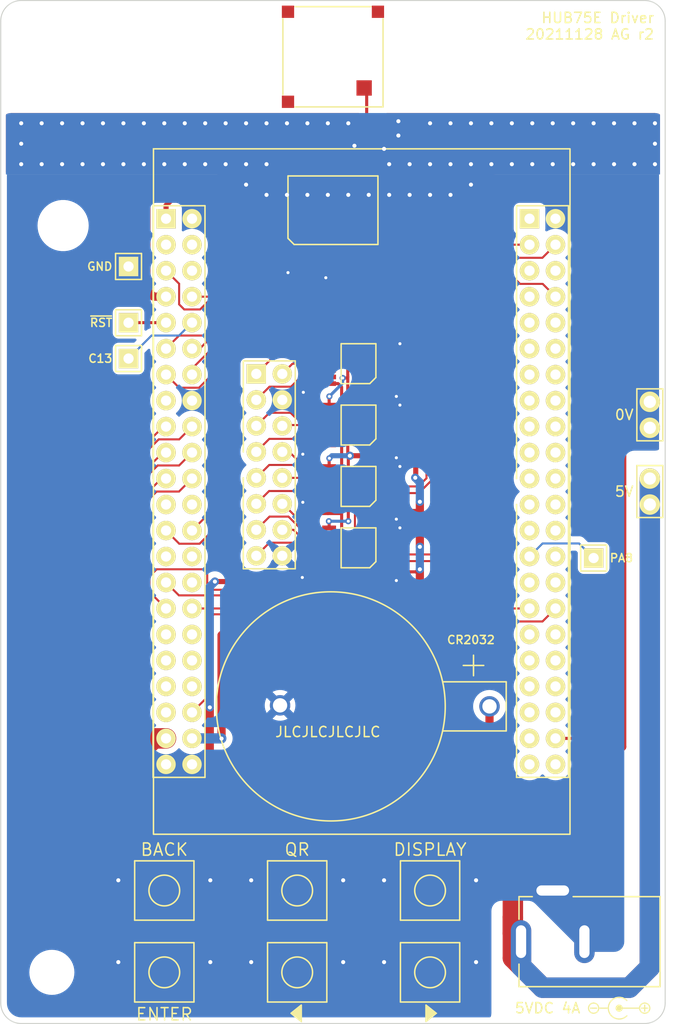
<source format=kicad_pcb>
(kicad_pcb (version 20221018) (generator pcbnew)
  (layers (0 "F.Cu" signal) (31 "B.Cu" signal) (34 "B.Paste" user) (35 "F.Paste" user) (36 "B.SilkS" user "B.Silkscreen") (37 "F.SilkS" user "F.Silkscreen") (38 "B.Mask" user) (39 "F.Mask" user) (44 "Edge.Cuts" user))
  (net 0 "")
  (net 1 "Net-(AE1-Pad1)")
  (net 2 "VBATT")
  (net 3 "GND")
  (net 4 "3v3")
  (net 5 "5v")
  (net 6 "Net-(C11-Pad2)")
  (net 7 "/PB15")
  (net 14 "/PC0")
  (net 15 "/PC1")
  (net 16 "/PC2")
  (net 19 "/HUB_B1")
  (net 20 "/HUB_G1")
  (net 21 "/HUB_R1")
  (net 22 "/PC3")
  (net 23 "/PC4")
  (net 24 "/PC5")
  (net 27 "/HUB_B2")
  (net 28 "/HUB_G2")
  (net 29 "/HUB_R2")
  (net 30 "/PE9")
  (net 31 "/PE5")
  (net 32 "/PE6")
  (net 33 "/PE7")
  (net 36 "/HUB_C")
  (net 37 "/HUB_B")
  (net 38 "/HUB_A")
  (net 39 "/HUB_E")
  (net 40 "/PE8")
  (net 41 "/PC6")
  (net 42 "/PC7")
  (net 45 "/HUB_OE")
  (net 46 "/HUB_LAT")
  (net 47 "/HUB_CLK")
  (net 48 "/HUB_D")
  (net 51 "/~{RST}")
  (net 52 "/PC13")
  (net 54 "/PA1")
  (net 55 "/PA0")
  (net 56 "/PA3")
  (net 57 "/PA2")
  (net 58 "/PA5")
  (net 59 "/PA4")
  (net 91 "/PA8")
  (net 108 "/3V_GPS")
  (net 109 "/PE0")
  (net 111 "/PE1")
  (net 112 "/PB7")
  (net 115 "/PB10")
  (footprint "agg:SIL-254P-02" (layer "F.Cu") (at 108.5 91 90)
    (fp_text reference "J9")
    (fp_text value "5V_OUT")
  )
  (footprint "agg:TSSOP-14" (layer "F.Cu") (at 80 90.5 180)
    (fp_text reference "IC4")
    (fp_text value "TXU0104PWR")
  )
  (footprint "agg:SW_MOM_6X6" (layer "F.Cu") (at 61 130)
    (fp_text reference "SW1")
    (fp_text value "SW_BACK")
  )
  (footprint "ael:0402" (layer "F.Cu") (at 84.6 93.3 90)
    (fp_text reference "C5")
    (fp_text value "100n")
  )
  (footprint "agg:0402" (layer "F.Cu") (at 80.8 55.5 90)
    (fp_text reference "L1")
    (fp_text value "3n3")
  )
  (footprint "agg:SW_MOM_6X6" (layer "F.Cu") (at 87 130)
    (fp_text reference "SW3")
    (fp_text value "SW_DISP")
  )
  (footprint "agg:SIL-254P-01" (layer "F.Cu") (at 57.5 69)
    (fp_text reference "J2")
    (fp_text value "GND")
  )
  (footprint "agg:DIL-254P-44" (layer "F.Cu") (at 98 91 -90)
    (fp_text reference "J4")
    (fp_text value "WEACT_H7_R")
  )
  (footprint "ael:0402" (layer "F.Cu") (at 75.4 92.9 -90)
    (fp_text reference "C9")
    (fp_text value "100n")
  )
  (footprint "agg:M3_HOLE" (layer "F.Cu") (at 51.1 65)
    (fp_text reference "X3" hide)
    (fp_text value "M3" hide)
  )
  (footprint "agg:SIL-254P-01" (layer "F.Cu") (at 57.5 78)
    (fp_text reference "J6")
    (fp_text value "PC13")
  )
  (footprint "agg:SW_MOM_6X6" (layer "F.Cu") (at 74 138)
    (fp_text reference "SW5")
    (fp_text value "SW_LEFT")
  )
  (footprint "agg:M3_HOLE" (layer "F.Cu") (at 50 138)
    (fp_text reference "X4" hide)
    (fp_text value "M3" hide)
  )
  (footprint "ael:0402" (layer "F.Cu") (at 84.6 99.3 90)
    (fp_text reference "C6")
    (fp_text value "100n")
  )
  (footprint "ael:0402" (layer "F.Cu") (at 84.6 87.3 90)
    (fp_text reference "C4")
    (fp_text value "100n")
  )
  (footprint "agg:TSSOP-14" (layer "F.Cu") (at 80 96.5 180)
    (fp_text reference "IC5")
    (fp_text value "TXU0104PWR")
  )
  (footprint "agg:0402" (layer "F.Cu") (at 82.5 54.9 180)
    (fp_text reference "C2")
    (fp_text value "1p8")
  )
  (footprint "agg:TSSOP-14" (layer "F.Cu") (at 80 84.5 180)
    (fp_text reference "IC3")
    (fp_text value "TXU0104PWR")
  )
  (footprint "agg:DIL-254P-44" (layer "F.Cu") (at 62.44 91 -90)
    (fp_text reference "J3")
    (fp_text value "WEACT_H7_L")
  )
  (footprint "agg:DIL-254P-16" (layer "F.Cu") (at 71.27 88.39 -90)
    (fp_text reference "J7")
    (fp_text value "HUB75E")
  )
  (footprint "ael:0402" (layer "F.Cu") (at 78.1 70.1)
    (fp_text reference "C1")
    (fp_text value "100n")
  )
  (footprint "agg:SW_MOM_6X6" (layer "F.Cu") (at 74 130)
    (fp_text reference "SW2")
    (fp_text value "SW_QR")
  )
  (footprint "ael:0402" (layer "F.Cu") (at 75.4 98.9 90)
    (fp_text reference "C10")
    (fp_text value "100n")
  )
  (footprint "ael:0402" (layer "F.Cu") (at 75.4 86.9 90)
    (fp_text reference "C8")
    (fp_text value "100n")
  )
  (footprint "agg:BARRELJACK" (layer "F.Cu") (at 99 135)
    (fp_text reference "J1")
    (fp_text value "5V@4A")
  )
  (footprint "agg:MAX-M8Q" (layer "F.Cu") (at 77.5 63.5 90)
    (fp_text reference "IC1")
    (fp_text value "MAX-M8Q")
  )
  (footprint "agg:NN01-103" (layer "F.Cu") (at 77.5 48.5)
    (fp_text reference "AE1")
    (fp_text value "ANT")
  )
  (footprint "ael:0402" (layer "F.Cu") (at 75.5 80.9 90)
    (fp_text reference "C7")
    (fp_text value "100n")
  )
  (footprint "agg:0402" (layer "F.Cu") (at 82.5 56.1 180)
    (fp_text reference "C11")
    (fp_text value "1p8")
  )
  (footprint "agg:SW_MOM_6X6" (layer "F.Cu") (at 61 138)
    (fp_text reference "SW4")
    (fp_text value "SW_ENTER")
  )
  (footprint "agg:M3_HOLE" (layer "F.Cu") (at 50 50)
    (fp_text reference "X2" hide)
    (fp_text value "M3" hide)
  )
  (footprint "ael:0402" (layer "F.Cu") (at 84.6 81.3 90)
    (fp_text reference "C3")
    (fp_text value "100n")
  )
  (footprint "agg:SIL-254P-02" (layer "F.Cu") (at 108.5 83.5 90)
    (fp_text reference "J10")
    (fp_text value "0V_OUT")
  )
  (footprint "agg:SIL-254P-01" (layer "F.Cu") (at 103 97.5)
    (fp_text reference "J8")
    (fp_text value "PA8")
  )
  (footprint "agg:TSSOP-14" (layer "F.Cu") (at 80 78.5 180)
    (fp_text reference "IC2")
    (fp_text value "TXU0104PWR")
  )
  (footprint "agg:KEYSTONE_103" (layer "F.Cu") (at 80.25 112)
    (fp_text reference "BT1")
    (fp_text value "CR2032")
  )
  (footprint "agg:SW_MOM_6X6" (layer "F.Cu") (at 87 138)
    (fp_text reference "SW6")
    (fp_text value "SW_RIGHT")
  )
  (footprint "agg:SIL-254P-01" (layer "F.Cu") (at 57.5 74.5)
    (fp_text reference "J5")
    (fp_text value "nRST")
  )
  (gr_circle (center 105.5 141.5) (end 105.5 141.7) (stroke (width 0.3)) (fill none) (layer "F.SilkS"))
  (gr_arc (start 106.25 142.25) (mid 104.43934 141.5) (end 106.25 140.75) (stroke (width 0.12)) (layer "F.SilkS"))
  (gr_line (start 108.3 141.5) (end 107.7 141.5) (stroke (width 0.12)) (layer "F.SilkS"))
  (gr_rect (start 59.94 57.5) (end 100.69 124.5) (stroke (width 0.15)) (fill none) (layer "F.SilkS"))
  (gr_poly (pts (xy 86.6 141.2) (xy 87.6 142) (xy 86.6 142.8)) (stroke (width 0.15)) (fill solid) (layer "F.SilkS"))
  (gr_circle (center 103 141.5) (end 103.5 141.5) (stroke (width 0.12)) (fill none) (layer "F.SilkS"))
  (gr_circle (center 108 141.5) (end 107.5 141.5) (stroke (width 0.12)) (fill none) (layer "F.SilkS"))
  (gr_line (start 103.3 141.5) (end 102.7 141.5) (stroke (width 0.12)) (layer "F.SilkS"))
  (gr_line (start 104.4 141.5) (end 103.5 141.5) (stroke (width 0.12)) (layer "F.SilkS"))
  (gr_line (start 105.4 141.5) (end 107.5 141.5) (stroke (width 0.12)) (layer "F.SilkS"))
  (gr_line (start 108 141.2) (end 108 141.8) (stroke (width 0.12)) (layer "F.SilkS"))
  (gr_poly (pts (xy 74.4 142.8) (xy 73.4 142) (xy 74.4 141.2)) (stroke (width 0.15)) (fill solid) (layer "F.SilkS"))
  (gr_arc (start 110 141) (mid 109.414214 142.414214) (end 108 143) (stroke (width 0.1)) (layer "Edge.Cuts"))
  (gr_line (start 110 141) (end 110 45) (stroke (width 0.1)) (layer "Edge.Cuts"))
  (gr_line (start 45 45) (end 45 141) (stroke (width 0.1)) (layer "Edge.Cuts"))
  (gr_arc (start 108 43) (mid 109.414214 43.585786) (end 110 45) (stroke (width 0.1)) (layer "Edge.Cuts"))
  (gr_arc (start 45 45) (mid 45.585786 43.585786) (end 47 43) (stroke (width 0.1)) (layer "Edge.Cuts"))
  (gr_line (start 47 143) (end 108 143) (stroke (width 0.1)) (layer "Edge.Cuts"))
  (gr_line (start 108 43) (end 47 43) (stroke (width 0.1)) (layer "Edge.Cuts"))
  (gr_arc (start 47 143) (mid 45.585786 142.414214) (end 45 141) (stroke (width 0.1)) (layer "Edge.Cuts"))
  (gr_text "DISPLAY" (at 87 126) (layer "F.SilkS") (effects (font (size 1.2 1.2))))
  (gr_text "GND" (at 56 69) (layer "F.SilkS") (effects (font (size 0.8 0.8)) (justify right)))
  (gr_text "0V" (at 107 83.5) (layer "F.SilkS") (effects (font (size 1 1)) (justify right)))
  (gr_text "HUB75E Driver\n20211128 AG r2" (at 109 45.5) (layer "F.SilkS") (effects (font (size 1 1)) (justify right)))
  (gr_text "CR2032" (at 91 105.5) (layer "F.SilkS") (effects (font (size 0.8 0.8))))
  (gr_text "JLCJLCJLCJLC" (at 77 114.5) (layer "F.SilkS") (effects (font (size 1 1))))
  (gr_text "5VDC 4A" (at 98.5 141.5) (layer "F.SilkS") (effects (font (size 1 1))))
  (gr_text "QR" (at 74 126) (layer "F.SilkS") (effects (font (size 1.2 1.2))))
  (gr_text "BACK" (at 61 126) (layer "F.SilkS") (effects (font (size 1.2 1.2))))
  (gr_text "5V" (at 107 91) (layer "F.SilkS") (effects (font (size 1 1)) (justify right)))
  (gr_text "~{RST}" (at 56 74.5) (layer "F.SilkS") (effects (font (size 0.8 0.8)) (justify right)))
  (gr_text "PA8" (at 104.5 97.5) (layer "F.SilkS") (effects (font (size 0.8 0.8)) (justify left)))
  (gr_text "ENTER" (at 61 142.1) (layer "F.SilkS") (effects (font (size 1.2 1.2))))
  (gr_text "C13" (at 56 78) (layer "F.SilkS") (effects (font (size 0.8 0.8)) (justify right)))
  (segment (start 80.8 51.8) (end 80.55 51.55) (width 0.5) (layer "F.Cu") (net 1))
  (segment (start 80.8 55.05) (end 81.8 55.05) (width 0.3) (layer "F.Cu") (net 1))
  (segment (start 80.8 55.05) (end 80.8 51.8) (width 0.3) (layer "F.Cu") (net 1))
  (segment (start 81.8 55.05) (end 82.05 54.8) (width 0.3) (layer "F.Cu") (net 1))
  (segment (start 94.05 61.25) (end 103.75 61.25) (width 0.8) (layer "F.Cu") (net 2))
  (segment (start 90.9 64.4) (end 94.05 61.25) (width 0.8) (layer "F.Cu") (net 2))
  (segment (start 59.25 71.25) (end 59.25 62.5) (width 0.8) (layer "F.Cu") (net 2))
  (segment (start 59.95 71.95) (end 59.25 71.25) (width 0.8) (layer "F.Cu") (net 2))
  (segment (start 59.25 62.5) (end 60.5 61.25) (width 0.8) (layer "F.Cu") (net 2))
  (segment (start 105.8 63.3) (end 105.8 115.95) (width 0.8) (layer "F.Cu") (net 2))
  (segment (start 92.815 118.565) (end 92.815 112) (width 0.8) (layer "F.Cu") (net 2))
  (segment (start 101.5 120.25) (end 94.5 120.25) (width 0.8) (layer "F.Cu") (net 2))
  (segment (start 105.8 115.95) (end 101.5 120.25) (width 0.8) (layer "F.Cu") (net 2))
  (segment (start 60.5 61.25) (end 65.35 61.25) (width 0.8) (layer "F.Cu") (net 2))
  (segment (start 94.5 120.25) (end 92.815 118.565) (width 0.8) (layer "F.Cu") (net 2))
  (segment (start 103.75 61.25) (end 105.8 63.3) (width 0.8) (layer "F.Cu") (net 2))
  (segment (start 61.17 71.95) (end 59.95 71.95) (width 0.8) (layer "F.Cu") (net 2))
  (segment (start 65.35 61.25) (end 68.5 64.4) (width 0.8) (layer "F.Cu") (net 2))
  (segment (start 68.5 64.4) (end 90.9 64.4) (width 0.8) (layer "F.Cu") (net 2))
  (segment (start 82.875 76.55) (end 84.05 76.55) (width 0.3) (layer "F.Cu") (net 3))
  (segment (start 82.45 127.75) (end 82.45 128.95) (width 0.3) (layer "F.Cu") (net 3))
  (segment (start 78.55 136.95) (end 78.5 137) (width 0.3) (layer "F.Cu") (net 3))
  (segment (start 82.45 136.95) (end 82.5 137) (width 0.3) (layer "F.Cu") (net 3))
  (segment (start 74.95 92.45) (end 74.55 92.05) (width 0.3) (layer "F.Cu") (net 3))
  (segment (start 82.95 56.2) (end 82.95 54.8) (width 0.5) (layer "F.Cu") (net 3))
  (segment (start 78.55 127.75) (end 78.55 128.95) (width 0.3) (layer "F.Cu") (net 3))
  (segment (start 75.4 99.35) (end 74.55 99.35) (width 0.3) (layer "F.Cu") (net 3))
  (segment (start 81.9 58.75) (end 81.9 58.1) (width 0.5) (layer "F.Cu") (net 3))
  (segment (start 56.45 135.75) (end 56.45 136.95) (width 0.3) (layer "F.Cu") (net 3))
  (segment (start 78.55 135.75) (end 78.55 136.95) (width 0.3) (layer "F.Cu") (net 3))
  (segment (start 82.95 57.05) (end 82.95 56.2) (width 0.5) (layer "F.Cu") (net 3))
  (segment (start 91.55 135.75) (end 91.55 136.95) (width 0.3) (layer "F.Cu") (net 3))
  (segment (start 82.45 135.75) (end 82.45 136.95) (width 0.3) (layer "F.Cu") (net 3))
  (segment (start 56.45 127.75) (end 56.45 128.95) (width 0.3) (layer "F.Cu") (net 3))
  (segment (start 84.6 87.75) (end 83.75 87.75) (width 0.3) (layer "F.Cu") (net 3))
  (segment (start 74.65 81.35) (end 74.6 81.3) (width 0.3) (layer "F.Cu") (net 3))
  (segment (start 83.75 81.75) (end 83.7 81.7) (width 0.3) (layer "F.Cu") (net 3))
  (segment (start 74.55 99.35) (end 74.5 99.4) (width 0.3) (layer "F.Cu") (net 3))
  (segment (start 82.875 88.55) (end 84.05 88.55) (width 0.3) (layer "F.Cu") (net 3))
  (segment (start 82.95 56.2) (end 83.9 56.2) (width 0.5) (layer "F.Cu") (net 3))
  (segment (start 65.55 127.75) (end 65.55 128.95) (width 0.3) (layer "F.Cu") (net 3))
  (segment (start 82.875 82.55) (end 84.05 82.55) (width 0.3) (layer "F.Cu") (net 3))
  (segment (start 69.45 135.75) (end 69.45 136.95) (width 0.3) (layer "F.Cu") (net 3))
  (segment (start 69.45 127.75) (end 69.45 128.95) (width 0.3) (layer "F.Cu") (net 3))
  (segment (start 56.45 128.95) (end 56.5 129) (width 0.3) (layer "F.Cu") (net 3))
  (segment (start 79.7 58.75) (end 79.7 57.3) (width 0.5) (layer "F.Cu") (net 3))
  (segment (start 83.75 87.75) (end 83.7 87.7) (width 0.3) (layer "F.Cu") (net 3))
  (segment (start 69.45 136.95) (end 69.5 137) (width 0.3) (layer "F.Cu") (net 3))
  (segment (start 56.45 136.95) (end 56.5 137) (width 0.3) (layer "F.Cu") (net 3))
  (segment (start 79.7 57.3) (end 79.6 57.2) (width 0.5) (layer "F.Cu") (net 3))
  (segment (start 69.45 128.95) (end 69.5 129) (width 0.3) (layer "F.Cu") (net 3))
  (segment (start 73.1 68.25) (end 73.1 69.6) (width 0.5) (layer "F.Cu") (net 3))
  (segment (start 82.95 54.8) (end 83.9 54.8) (width 0.5) (layer "F.Cu") (net 3))
  (segment (start 91.55 128.95) (end 91.5 129) (width 0.3) (layer "F.Cu") (net 3))
  (segment (start 82.875 94.55) (end 84.05 94.55) (width 0.3) (layer "F.Cu") (net 3))
  (segment (start 84.6 99.75) (end 83.75 99.75) (width 0.3) (layer "F.Cu") (net 3))
  (segment (start 65.55 136.95) (end 65.5 137) (width 0.3) (layer "F.Cu") (net 3))
  (segment (start 77.65 70.1) (end 76.8 70.1) (width 0.3) (layer "F.Cu") (net 3))
  (segment (start 81.9 58.1) (end 82.95 57.05) (width 0.5) (layer "F.Cu") (net 3))
  (segment (start 84.6 81.75) (end 83.75 81.75) (width 0.3) (layer "F.Cu") (net 3))
  (segment (start 83.75 99.75) (end 83.7 99.7) (width 0.3) (layer "F.Cu") (net 3))
  (segment (start 75.4 87.35) (end 74.55 87.35) (width 0.3) (layer "F.Cu") (net 3))
  (segment (start 84.6 93.75) (end 83.75 93.75) (width 0.3) (layer "F.Cu") (net 3))
  (segment (start 65.55 135.75) (end 65.55 136.95) (width 0.3) (layer "F.Cu") (net 3))
  (segment (start 83.75 93.75) (end 83.7 93.7) (width 0.3) (layer "F.Cu") (net 3))
  (segment (start 91.55 136.95) (end 91.5 137) (width 0.3) (layer "F.Cu") (net 3))
  (segment (start 75.5 81.35) (end 74.65 81.35) (width 0.3) (layer "F.Cu") (net 3))
  (segment (start 78.55 128.95) (end 78.5 129) (width 0.3) (layer "F.Cu") (net 3))
  (segment (start 91.55 127.75) (end 91.55 128.95) (width 0.3) (layer "F.Cu") (net 3))
  (segment (start 82.45 128.95) (end 82.5 129) (width 0.3) (layer "F.Cu") (net 3))
  (segment (start 75.4 92.45) (end 74.95 92.45) (width 0.3) (layer "F.Cu") (net 3))
  (segment (start 65.55 128.95) (end 65.5 129) (width 0.3) (layer "F.Cu") (net 3))
  (via (at 84.05 88.55) (size 0.6) (drill 0.3) (layers "F.Cu" "B.Cu") (net 3))
  (via (at 78.5 137) (size 0.8) (drill 0.4) (layers "F.Cu" "B.Cu") (net 3))
  (via (at 77 55) (size 0.8) (drill 0.4) (layers "F.Cu" "B.Cu") (net 3))
  (via (at 87 62) (size 0.8) (drill 0.4) (layers "F.Cu" "B.Cu") (net 3))
  (via (at 57 59) (size 0.8) (drill 0.4) (layers "F.Cu" "B.Cu") (net 3))
  (via (at 107 55) (size 0.8) (drill 0.4) (layers "F.Cu" "B.Cu") (net 3))
  (via (at 79 62) (size 0.8) (drill 0.4) (layers "F.Cu" "B.Cu") (net 3))
  (via (at 49 55) (size 0.8) (drill 0.4) (layers "F.Cu" "B.Cu") (net 3))
  (via (at 59 59) (size 0.8) (drill 0.4) (layers "F.Cu" "B.Cu") (net 3))
  (via (at 56.5 129) (size 0.8) (drill 0.4) (layers "F.Cu" "B.Cu") (net 3))
  (via (at 83.7 93.7) (size 0.6) (drill 0.3) (layers "F.Cu" "B.Cu") (net 3))
  (via (at 73 62) (size 0.8) (drill 0.4) (layers "F.Cu" "B.Cu") (net 3))
  (via (at 73 55) (size 0.8) (drill 0.4) (layers "F.Cu" "B.Cu") (net 3))
  (via (at 91 55) (size 0.8) (drill 0.4) (layers "F.Cu" "B.Cu") (net 3))
  (via (at 79.6 57.2) (size 0.8) (drill 0.4) (layers "F.Cu" "B.Cu") (net 3))
  (via (at 82.5 137) (size 0.8) (drill 0.4) (layers "F.Cu" "B.Cu") (net 3))
  (via (at 87 55) (size 0.8) (drill 0.4) (layers "F.Cu" "B.Cu") (net 3))
  (via (at 82.5 57.5) (size 0.8) (drill 0.4) (layers "F.Cu" "B.Cu") (net 3))
  (via (at 76.8 70.1) (size 0.6) (drill 0.3) (layers "F.Cu" "B.Cu") (net 3))
  (via (at 73.1 69.6) (size 0.6) (drill 0.3) (layers "F.Cu" "B.Cu") (net 3))
  (via (at 83.7 99.7) (size 0.6) (drill 0.3) (layers "F.Cu" "B.Cu") (net 3))
  (via (at 71 62) (size 0.8) (drill 0.4) (layers "F.Cu" "B.Cu") (net 3))
  (via (at 71 59) (size 0.8) (drill 0.4) (layers "F.Cu" "B.Cu") (net 3))
  (via (at 51 55) (size 0.8) (drill 0.4) (layers "F.Cu" "B.Cu") (net 3))
  (via (at 93 59) (size 0.8) (drill 0.4) (layers "F.Cu" "B.Cu") (net 3))
  (via (at 69 59) (size 0.8) (drill 0.4) (layers "F.Cu" "B.Cu") (net 3))
  (via (at 75 55) (size 0.8) (drill 0.4) (layers "F.Cu" "B.Cu") (net 3))
  (via (at 61 55) (size 0.8) (drill 0.4) (layers "F.Cu" "B.Cu") (net 3))
  (via (at 109 57) (size 0.8) (drill 0.4) (layers "F.Cu" "B.Cu") (net 3))
  (via (at 85 59) (size 0.8) (drill 0.4) (layers "F.Cu" "B.Cu") (net 3))
  (via (at 51 59) (size 0.8) (drill 0.4) (layers "F.Cu" "B.Cu") (net 3))
  (via (at 82.5 129) (size 0.8) (drill 0.4) (layers "F.Cu" "B.Cu") (net 3))
  (via (at 91.5 129) (size 0.8) (drill 0.4) (layers "F.Cu" "B.Cu") (net 3))
  (via (at 101 59) (size 0.8) (drill 0.4) (layers "F.Cu" "B.Cu") (net 3))
  (via (at 97 59) (size 0.8) (drill 0.4) (layers "F.Cu" "B.Cu") (net 3))
  (via (at 83.7 87.7) (size 0.6) (drill 0.3) (layers "F.Cu" "B.Cu") (net 3))
  (via (at 93 55) (size 0.8) (drill 0.4) (layers "F.Cu" "B.Cu") (net 3))
  (via (at 74.55 87.35) (size 0.6) (drill 0.3) (layers "F.Cu" "B.Cu") (net 3))
  (via (at 74.6 81.3) (size 0.6) (drill 0.3) (layers "F.Cu" "B.Cu") (net 3))
  (via (at 107 59) (size 0.8) (drill 0.4) (layers "F.Cu" "B.Cu") (net 3))
  (via (at 69.5 137) (size 0.8) (drill 0.4) (layers "F.Cu" "B.Cu") (net 3))
  (via (at 91 61) (size 0.8) (drill 0.4) (layers "F.Cu" "B.Cu") (net 3))
  (via (at 83 59) (size 0.8) (drill 0.4) (layers "F.Cu" "B.Cu") (net 3))
  (via (at 91 59) (size 0.8) (drill 0.4) (layers "F.Cu" "B.Cu") (net 3))
  (via (at 89 59) (size 0.8) (drill 0.4) (layers "F.Cu" "B.Cu") (net 3))
  (via (at 89 62) (size 0.8) (drill 0.4) (layers "F.Cu" "B.Cu") (net 3))
  (via (at 49 59) (size 0.8) (drill 0.4) (layers "F.Cu" "B.Cu") (net 3))
  (via (at 59 55) (size 0.8) (drill 0.4) (layers "F.Cu" "B.Cu") (net 3))
  (via (at 84.05 82.55) (size 0.6) (drill 0.3) (layers "F.Cu" "B.Cu") (net 3))
  (via (at 81 62) (size 0.8) (drill 0.4) (layers "F.Cu" "B.Cu") (net 3))
  (via (at 67 59) (size 0.8) (drill 0.4) (layers "F.Cu" "B.Cu") (net 3))
  (via (at 65.5 137) (size 0.8) (drill 0.4) (layers "F.Cu" "B.Cu") (net 3))
  (via (at 99 55) (size 0.8) (drill 0.4) (layers "F.Cu" "B.Cu") (net 3))
  (via (at 53 55) (size 0.8) (drill 0.4) (layers "F.Cu" "B.Cu") (net 3))
  (via (at 69 61) (size 0.8) (drill 0.4) (layers "F.Cu" "B.Cu") (net 3))
  (via (at 63 59) (size 0.8) (drill 0.4) (layers "F.Cu" "B.Cu") (net 3))
  (via (at 63 55) (size 0.8) (drill 0.4) (layers "F.Cu" "B.Cu") (net 3))
  (via (at 55 59) (size 0.8) (drill 0.4) (layers "F.Cu" "B.Cu") (net 3))
  (via (at 101 55) (size 0.8) (drill 0.4) (layers "F.Cu" "B.Cu") (net 3))
  (via (at 105 55) (size 0.8) (drill 0.4) (layers "F.Cu" "B.Cu") (net 3))
  (via (at 69.5 129) (size 0.8) (drill 0.4) (layers "F.Cu" "B.Cu") (net 3))
  (via (at 65.5 129) (size 0.8) (drill 0.4) (layers "F.Cu" "B.Cu") (net 3))
  (via (at 95 55) (size 0.8) (drill 0.4) (layers "F.Cu" "B.Cu") (net 3))
  (via (at 83 62) (size 0.8) (drill 0.4) (layers "F.Cu" "B.Cu") (net 3))
  (via (at 47 57) (size 0.8) (drill 0.4) (layers "F.Cu" "B.Cu") (net 3))
  (via (at 103 55) (size 0.8) (drill 0.4) (layers "F.Cu" "B.Cu") (net 3))
  (via (at 47 55) (size 0.8) (drill 0.4) (layers "F.Cu" "B.Cu") (net 3))
  (via (at 91.5 137) (size 0.8) (drill 0.4) (layers "F.Cu" "B.Cu") (net 3))
  (via (at 78.5 129) (size 0.8) (drill 0.4) (layers "F.Cu" "B.Cu") (net 3))
  (via (at 103 59) (size 0.8) (drill 0.4) (layers "F.Cu" "B.Cu") (net 3))
  (via (at 56.5 137) (size 0.8) (drill 0.4) (layers "F.Cu" "B.Cu") (net 3))
  (via (at 109 59) (size 0.8) (drill 0.4) (layers "F.Cu" "B.Cu") (net 3))
  (via (at 55 55) (size 0.8) (drill 0.4) (layers "F.Cu" "B.Cu") (net 3))
  (via (at 109 55) (size 0.8) (drill 0.4) (layers "F.Cu" "B.Cu") (net 3))
  (via (at 84.05 76.55) (size 0.6) (drill 0.3) (layers "F.Cu" "B.Cu") (net 3))
  (via (at 57 55) (size 0.8) (drill 0.4) (layers "F.Cu" "B.Cu") (net 3))
  (via (at 65 59) (size 0.8) (drill 0.4) (layers "F.Cu" "B.Cu") (net 3))
  (via (at 71 55) (size 0.8) (drill 0.4) (layers "F.Cu" "B.Cu") (net 3))
  (via (at 83.9 54.8) (size 0.8) (drill 0.4) (layers "F.Cu" "B.Cu") (net 3))
  (via (at 53 59) (size 0.8) (drill 0.4) (layers "F.Cu" "B.Cu") (net 3))
  (via (at 65 55) (size 0.8) (drill 0.4) (layers "F.Cu" "B.Cu") (net 3))
  (via (at 75 62) (size 0.8) (drill 0.4) (layers "F.Cu" "B.Cu") (net 3))
  (via (at 83.9 56.2) (size 0.8) (drill 0.4) (layers "F.Cu" "B.Cu") (net 3))
  (via (at 67 55) (size 0.8) (drill 0.4) (layers "F.Cu" "B.Cu") (net 3))
  (via (at 85 62) (size 0.8) (drill 0.4) (layers "F.Cu" "B.Cu") (net 3))
  (via (at 83.7 81.7) (size 0.6) (drill 0.3) (layers "F.Cu" "B.Cu") (net 3))
  (via (at 87 59) (size 0.8) (drill 0.4) (layers "F.Cu" "B.Cu") (net 3))
  (via (at 47 59) (size 0.8) (drill 0.4) (layers "F.Cu" "B.Cu") (net 3))
  (via (at 105 59) (size 0.8) (drill 0.4) (layers "F.Cu" "B.Cu") (net 3))
  (via (at 77 62) (size 0.8) (drill 0.4) (layers "F.Cu" "B.Cu") (net 3))
  (via (at 74.5 99.4) (size 0.6) (drill 0.3) (layers "F.Cu" "B.Cu") (net 3))
  (via (at 99 59) (size 0.8) (drill 0.4) (layers "F.Cu" "B.Cu") (net 3))
  (via (at 79 55) (size 0.8) (drill 0.4) (layers "F.Cu" "B.Cu") (net 3))
  (via (at 97 55) (size 0.8) (drill 0.4) (layers "F.Cu" "B.Cu") (net 3))
  (via (at 69 55) (size 0.8) (drill 0.4) (layers "F.Cu" "B.Cu") (net 3))
  (via (at 61 59) (size 0.8) (drill 0.4) (layers "F.Cu" "B.Cu") (net 3))
  (via (at 84.05 94.55) (size 0.6) (drill 0.3) (layers "F.Cu" "B.Cu") (net 3))
  (via (at 89 55) (size 0.8) (drill 0.4) (layers "F.Cu" "B.Cu") (net 3))
  (via (at 74.55 92.05) (size 0.6) (drill 0.3) (layers "F.Cu" "B.Cu") (net 3))
  (via (at 95 59) (size 0.8) (drill 0.4) (layers "F.Cu" "B.Cu") (net 3))
  (segment (start 78.85 79.9) (end 78.95 79.8) (width 0.3) (layer "F.Cu") (net 4))
  (segment (start 83.95 85.9) (end 83.85 85.8) (width 0.3) (layer "F.Cu") (net 4))
  (segment (start 77.125 93.925) (end 77.1 93.9) (width 0.3) (layer "F.Cu") (net 4))
  (segment (start 84.2 98.45) (end 84.6 98.85) (width 0.3) (layer "F.Cu") (net 4))
  (segment (start 67.65 104) (end 66.6 105.05) (width 0.8) (layer "F.Cu") (net 4))
  (segment (start 84.2 86.45) (end 84.6 86.85) (width 0.3) (layer "F.Cu") (net 4))
  (segment (start 83.15 87) (end 84.45 87) (width 0.3) (layer "F.Cu") (net 4))
  (segment (start 86 96.4) (end 86 92.75) (width 0.8) (layer "F.Cu") (net 4))
  (segment (start 83.85 79.8) (end 82.875 79.8) (width 0.3) (layer "F.Cu") (net 4))
  (segment (start 80.8 104) (end 67.65 104) (width 0.8) (layer "F.Cu") (net 4))
  (segment (start 84.6 80.85) (end 85.25 80.85) (width 0.3) (layer "F.Cu") (net 4))
  (segment (start 77.125 94.55) (end 77.125 93.925) (width 0.3) (layer "F.Cu") (net 4))
  (segment (start 79 87.65) (end 79.15 87.5) (width 0.3) (layer "F.Cu") (net 4))
  (segment (start 83.95 86.35) (end 83.95 85.9) (width 0.3) (layer "F.Cu") (net 4))
  (segment (start 85.6 86.6) (end 85.35 86.85) (width 0.3) (layer "F.Cu") (net 4))
  (segment (start 85.4 101.1) (end 83.7 101.1) (width 0.8) (layer "F.Cu") (net 4))
  (segment (start 83.85 85.8) (end 82.875 85.8) (width 0.3) (layer "F.Cu") (net 4))
  (segment (start 84.6 92.85) (end 85.9 92.85) (width 0.3) (layer "F.Cu") (net 4))
  (segment (start 78.25 76.55) (end 78.95 77.25) (width 0.3) (layer "F.Cu") (net 4))
  (segment (start 78.95 79.8) (end 78.95 87.3) (width 0.3) (layer "F.Cu") (net 4))
  (segment (start 79 93.9) (end 79 87.65) (width 0.3) (layer "F.Cu") (net 4))
  (segment (start 86 98.6) (end 86 100.5) (width 0.8) (layer "F.Cu") (net 4))
  (segment (start 85.9 92.85) (end 86 92.75) (width 0.5) (layer "F.Cu") (net 4))
  (segment (start 66.6 115.15) (end 66.6 105.05) (width 0.8) (layer "F.Cu") (net 4))
  (segment (start 77.125 87.775) (end 77.15 87.75) (width 0.3) (layer "F.Cu") (net 4))
  (segment (start 82.95 87.2) (end 83.15 87) (width 0.3) (layer "F.Cu") (net 4))
  (segment (start 82.875 86.45) (end 84.2 86.45) (width 0.3) (layer "F.Cu") (net 4))
  (segment (start 78.95 87.3) (end 79.15 87.5) (width 0.3) (layer "F.Cu") (net 4))
  (segment (start 85.75 98.85) (end 86 98.6) (width 0.5) (layer "F.Cu") (net 4))
  (segment (start 86 92.75) (end 86 92) (width 0.8) (layer "F.Cu") (net 4))
  (segment (start 85.6 81.2) (end 85.6 86.6) (width 0.5) (layer "F.Cu") (net 4))
  (segment (start 77.125 88.55) (end 77.125 87.775) (width 0.3) (layer "F.Cu") (net 4))
  (segment (start 84.2 92.45) (end 84.6 92.85) (width 0.3) (layer "F.Cu") (net 4))
  (segment (start 77.125 81.725) (end 77.15 81.7) (width 0.3) (layer "F.Cu") (net 4))
  (segment (start 83.7 101.1) (end 80.8 104) (width 0.8) (layer "F.Cu") (net 4))
  (segment (start 82.875 98.45) (end 84.2 98.45) (width 0.3) (layer "F.Cu") (net 4))
  (segment (start 85.6 86.6) (end 85.6 89.6) (width 0.5) (layer "F.Cu") (net 4))
  (segment (start 84.6 98.85) (end 85.75 98.85) (width 0.3) (layer "F.Cu") (net 4))
  (segment (start 85.35 86.85) (end 84.6 86.85) (width 0.3) (layer "F.Cu") (net 4))
  (segment (start 82.65 87.5) (end 79.15 87.5) (width 0.5) (layer "F.Cu") (net 4))
  (segment (start 84.2 80.45) (end 84.6 80.85) (width 0.3) (layer "F.Cu") (net 4))
  (segment (start 83.95 80.35) (end 83.95 79.9) (width 0.3) (layer "F.Cu") (net 4))
  (segment (start 85.6 89.6) (end 85.55 89.65) (width 0.5) (layer "F.Cu") (net 4))
  (segment (start 83.95 79.9) (end 83.85 79.8) (width 0.3) (layer "F.Cu") (net 4))
  (segment (start 84.45 87) (end 84.6 86.85) (width 0.3) (layer "F.Cu") (net 4))
  (segment (start 82.95 87.2) (end 82.65 87.5) (width 0.3) (layer "F.Cu") (net 4))
  (segment (start 86 100.5) (end 85.4 101.1) (width 0.8) (layer "F.Cu") (net 4))
  (segment (start 78.45 79.9) (end 78.85 79.9) (width 0.3) (layer "F.Cu") (net 4))
  (segment (start 85.25 80.85) (end 85.6 81.2) (width 0.5) (layer "F.Cu") (net 4))
  (segment (start 82.875 92.45) (end 84.2 92.45) (width 0.3) (layer "F.Cu") (net 4))
  (segment (start 82.875 80.45) (end 84.2 80.45) (width 0.3) (layer "F.Cu") (net 4))
  (segment (start 77.125 76.55) (end 78.25 76.55) (width 0.3) (layer "F.Cu") (net 4))
  (segment (start 77.125 82.55) (end 77.125 81.725) (width 0.3) (layer "F.Cu") (net 4))
  (segment (start 78.95 77.25) (end 78.95 79.8) (width 0.3) (layer "F.Cu") (net 4))
  (via (at 86 98.6) (size 0.8) (drill 0.4) (layers "F.Cu" "B.Cu") (net 4))
  (via (at 78.45 79.9) (size 0.6) (drill 0.3) (layers "F.Cu" "B.Cu") (net 4))
  (via (at 86 92) (size 0.8) (drill 0.4) (layers "F.Cu" "B.Cu") (net 4))
  (via (at 86 96.4) (size 0.8) (drill 0.4) (layers "F.Cu" "B.Cu") (net 4))
  (via (at 77.15 81.7) (size 0.6) (drill 0.3) (layers "F.Cu" "B.Cu") (net 4))
  (via (at 85.55 89.65) (size 0.8) (drill 0.4) (layers "F.Cu" "B.Cu") (net 4))
  (via (at 79.15 87.5) (size 0.8) (drill 0.4) (layers "F.Cu" "B.Cu") (net 4))
  (via (at 77.15 87.75) (size 0.6) (drill 0.3) (layers "F.Cu" "B.Cu") (net 4))
  (via (at 66.6 115.15) (size 0.8) (drill 0.4) (layers "F.Cu" "B.Cu") (net 4))
  (via (at 79 93.9) (size 0.6) (drill 0.3) (layers "F.Cu" "B.Cu") (net 4))
  (via (at 77.1 93.9) (size 0.6) (drill 0.3) (layers "F.Cu" "B.Cu") (net 4))
  (segment (start 77.15 81.7) (end 78.45 80.4) (width 0.3) (layer "B.Cu") (net 4))
  (segment (start 86 90.1) (end 85.55 89.65) (width 0.8) (layer "B.Cu") (net 4))
  (segment (start 77.4 87.5) (end 77.15 87.75) (width 0.5) (layer "B.Cu") (net 4))
  (segment (start 63.71 115.13) (end 66.58 115.13) (width 1) (layer "B.Cu") (net 4))
  (segment (start 66.58 115.13) (end 66.6 115.15) (width 0.8) (layer "B.Cu") (net 4))
  (segment (start 77.1 93.9) (end 79 93.9) (width 0.3) (layer "B.Cu") (net 4))
  (segment (start 86 92) (end 86 90.1) (width 0.8) (layer "B.Cu") (net 4))
  (segment (start 78.45 80.4) (end 78.45 79.9) (width 0.3) (layer "B.Cu") (net 4))
  (segment (start 79.15 87.5) (end 77.4 87.5) (width 0.5) (layer "B.Cu") (net 4))
  (segment (start 86 98.6) (end 86 96.4) (width 0.8) (layer "B.Cu") (net 4))
  (segment (start 77.125 92.45) (end 77.125 93.025) (width 0.3) (layer "F.Cu") (net 5))
  (segment (start 78.35 93.25) (end 78.35 98.2) (width 0.3) (layer "F.Cu") (net 5))
  (segment (start 59.97 115.13) (end 61.17 115.13) (width 2) (layer "F.Cu") (net 5))
  (segment (start 91.2 122.2) (end 60 122.2) (width 2) (layer "F.Cu") (net 5))
  (segment (start 65.95 99.8) (end 72.85 99.8) (width 0.5) (layer "F.Cu") (net 5))
  (segment (start 77.125 98.45) (end 75.4 98.45) (width 0.3) (layer "F.Cu") (net 5))
  (segment (start 78.35 86.4) (end 78.35 93.15) (width 0.3) (layer "F.Cu") (net 5))
  (segment (start 72.85 99.8) (end 74.2 98.45) (width 0.5) (layer "F.Cu") (net 5))
  (segment (start 78.35 86.4) (end 78.3 86.45) (width 0.3) (layer "F.Cu") (net 5))
  (segment (start 58.8 116.3) (end 59.97 115.13) (width 2) (layer "F.Cu") (net 5))
  (segment (start 95.1 134.2) (end 95.9 135) (width 2) (layer "F.Cu") (net 5))
  (segment (start 58.8 121) (end 58.8 116.3) (width 2) (layer "F.Cu") (net 5))
  (segment (start 65.45 122.2) (end 65.45 112.1) (width 0.8) (layer "F.Cu") (net 5))
  (segment (start 77.125 80.45) (end 75.5 80.45) (width 0.3) (layer "F.Cu") (net 5))
  (segment (start 78.35 93.15) (end 78.35 93.25) (width 0.3) (layer "F.Cu") (net 5))
  (segment (start 95.1 132.6) (end 95.1 136.6) (width 2) (layer "F.Cu") (net 5))
  (segment (start 75.9 93.35) (end 75.4 93.35) (width 0.3) (layer "F.Cu") (net 5))
  (segment (start 74.2 98.45) (end 75.4 98.45) (width 0.5) (layer "F.Cu") (net 5))
  (segment (start 78.35 80.8) (end 78 80.45) (width 0.3) (layer "F.Cu") (net 5))
  (segment (start 106.5 139.5) (end 108.5 137.5) (width 2) (layer "F.Cu") (net 5))
  (segment (start 76.1 93.15) (end 75.9 93.35) (width 0.3) (layer "F.Cu") (net 5))
  (segment (start 95.1 126.1) (end 91.2 122.2) (width 2) (layer "F.Cu") (net 5))
  (segment (start 77 93.15) (end 76.1 93.15) (width 0.3) (layer "F.Cu") (net 5))
  (segment (start 60 122.2) (end 58.8 121) (width 2) (layer "F.Cu") (net 5))
  (segment (start 78.35 93.15) (end 77 93.15) (width 0.3) (layer "F.Cu") (net 5))
  (segment (start 95.1 132.6) (end 95.1 126.1) (width 2) (layer "F.Cu") (net 5))
  (segment (start 95.9 135) (end 95.9 137.4) (width 2) (layer "F.Cu") (net 5))
  (segment (start 78.35 86.4) (end 78.35 80.8) (width 0.3) (layer "F.Cu") (net 5))
  (segment (start 77.125 93.025) (end 77 93.15) (width 0.3) (layer "F.Cu") (net 5))
  (segment (start 77.125 86.45) (end 78.3 86.45) (width 0.3) (layer "F.Cu") (net 5))
  (segment (start 95.1 132.6) (end 95.1 134.2) (width 2) (layer "F.Cu") (net 5))
  (segment (start 95.1 136.6) (end 95.9 137.4) (width 2) (layer "F.Cu") (net 5))
  (segment (start 108.5 137.5) (end 108.5 89.73) (width 2) (layer "F.Cu") (net 5))
  (segment (start 78 80.45) (end 77.125 80.45) (width 0.3) (layer "F.Cu") (net 5))
  (segment (start 78.1 98.45) (end 77.125 98.45) (width 0.3) (layer "F.Cu") (net 5))
  (segment (start 98 139.5) (end 106.5 139.5) (width 2) (layer "F.Cu") (net 5))
  (segment (start 75.4 86.45) (end 77.125 86.45) (width 0.3) (layer "F.Cu") (net 5))
  (segment (start 95.9 137.4) (end 98 139.5) (width 2) (layer "F.Cu") (net 5))
  (segment (start 78.35 98.2) (end 78.1 98.45) (width 0.3) (layer "F.Cu") (net 5))
  (via (at 65.95 99.8) (size 0.8) (drill 0.4) (layers "F.Cu" "B.Cu") (net 5))
  (via (at 65.45 112.1) (size 0.8) (drill 0.4) (layers "F.Cu" "B.Cu") (net 5))
  (segment (start 106.5 139.5) (end 108.5 137.5) (width 2) (layer "B.Cu") (net 5))
  (segment (start 108.5 137.5) (end 108.5 89.73) (width 2) (layer "B.Cu") (net 5))
  (segment (start 98 139.5) (end 95.9 137.4) (width 2) (layer "B.Cu") (net 5))
  (segment (start 65.45 100.3) (end 65.95 99.8) (width 0.8) (layer "B.Cu") (net 5))
  (segment (start 95.9 137.4) (end 95.9 135) (width 2) (layer "B.Cu") (net 5))
  (segment (start 98 139.5) (end 106.5 139.5) (width 2) (layer "B.Cu") (net 5))
  (segment (start 65.45 112.1) (end 65.45 100.3) (width 0.8) (layer "B.Cu") (net 5))
  (segment (start 80.8 58.75) (end 80.8 55.95) (width 0.3) (layer "F.Cu") (net 6))
  (segment (start 81.8 55.95) (end 82.05 56.2) (width 0.3) (layer "F.Cu") (net 6))
  (segment (start 80.8 55.95) (end 81.8 55.95) (width 0.3) (layer "F.Cu") (net 6))
  (segment (start 104.8 113.9) (end 104.8 63.8) (width 0.3) (layer "F.Cu") (net 7))
  (segment (start 71.7 67) (end 73.2 65.5) (width 0.3) (layer "F.Cu") (net 7))
  (segment (start 76.4 68.25) (end 76.4 69.5) (width 0.3) (layer "F.Cu") (net 7))
  (segment (start 94.6 62.3) (end 100.6 62.3) (width 0.3) (layer "F.Cu") (net 7))
  (segment (start 73.2 65.5) (end 91.4 65.5) (width 0.3) (layer "F.Cu") (net 7))
  (segment (start 91.4 65.5) (end 94.6 62.3) (width 0.3) (layer "F.Cu") (net 7))
  (segment (start 104.8 63.8) (end 103.3 62.3) (width 0.3) (layer "F.Cu") (net 7))
  (segment (start 99.27 115.13) (end 103.57 115.13) (width 0.3) (layer "F.Cu") (net 7))
  (segment (start 71.7 69.4) (end 71.7 67) (width 0.3) (layer "F.Cu") (net 7))
  (segment (start 103.57 115.13) (end 104.8 113.9) (width 0.3) (layer "F.Cu") (net 7))
  (segment (start 75.6 70.3) (end 72.6 70.3) (width 0.3) (layer "F.Cu") (net 7))
  (segment (start 76.4 69.5) (end 75.6 70.3) (width 0.3) (layer "F.Cu") (net 7))
  (segment (start 72.6 70.3) (end 71.7 69.4) (width 0.3) (layer "F.Cu") (net 7))
  (segment (start 103.3 62.3) (end 100.6 62.3) (width 0.3) (layer "F.Cu") (net 7))
  (segment (start 64.47 77.03) (end 67.9 73.6) (width 0.2) (layer "F.Cu") (net 14))
  (segment (start 63.71 77.03) (end 64.47 77.03) (width 0.2) (layer "F.Cu") (net 14))
  (segment (start 83.05 73.6) (end 85.3 75.85) (width 0.2) (layer "F.Cu") (net 14))
  (segment (start 67.9 73.6) (end 83.05 73.6) (width 0.2) (layer "F.Cu") (net 14))
  (segment (start 85.15 77.85) (end 82.875 77.85) (width 0.2) (layer "F.Cu") (net 14))
  (segment (start 85.3 77.7) (end 85.15 77.85) (width 0.2) (layer "F.Cu") (net 14))
  (segment (start 85.3 75.85) (end 85.3 77.7) (width 0.2) (layer "F.Cu") (net 14))
  (segment (start 65 75.75) (end 67.7 73.05) (width 0.2) (layer "F.Cu") (net 15))
  (segment (start 85.85 78) (end 85.35 78.5) (width 0.2) (layer "F.Cu") (net 15))
  (segment (start 85.35 78.5) (end 82.875 78.5) (width 0.2) (layer "F.Cu") (net 15))
  (segment (start 67.7 73.05) (end 83.3 73.05) (width 0.2) (layer "F.Cu") (net 15))
  (segment (start 61.17 77.03) (end 62.45 75.75) (width 0.2) (layer "F.Cu") (net 15))
  (segment (start 62.45 75.75) (end 65 75.75) (width 0.2) (layer "F.Cu") (net 15))
  (segment (start 85.85 75.6) (end 85.85 78) (width 0.2) (layer "F.Cu") (net 15))
  (segment (start 83.3 73.05) (end 85.85 75.6) (width 0.2) (layer "F.Cu") (net 15))
  (segment (start 80.9 78.5) (end 81.55 79.15) (width 0.2) (layer "F.Cu") (net 16))
  (segment (start 63.71 78.99) (end 68.55 74.15) (width 0.2) (layer "F.Cu") (net 16))
  (segment (start 68.55 74.15) (end 79.3 74.15) (width 0.2) (layer "F.Cu") (net 16))
  (segment (start 63.71 79.57) (end 63.71 78.99) (width 0.2) (layer "F.Cu") (net 16))
  (segment (start 79.3 74.15) (end 80.9 75.75) (width 0.2) (layer "F.Cu") (net 16))
  (segment (start 80.9 75.75) (end 80.9 78.5) (width 0.2) (layer "F.Cu") (net 16))
  (segment (start 81.55 79.15) (end 82.875 79.15) (width 0.2) (layer "F.Cu") (net 16))
  (segment (start 70 82.04) (end 71.29 80.75) (width 0.2) (layer "F.Cu") (net 19))
  (segment (start 75.25 79.15) (end 77.125 79.15) (width 0.2) (layer "F.Cu") (net 19))
  (segment (start 71.29 80.75) (end 73.4 80.75) (width 0.2) (layer "F.Cu") (net 19))
  (segment (start 75 79.15) (end 75.25 79.15) (width 0.2) (layer "F.Cu") (net 19))
  (segment (start 73.4 80.75) (end 75 79.15) (width 0.2) (layer "F.Cu") (net 19))
  (segment (start 73.54 78.5) (end 72.54 79.5) (width 0.2) (layer "F.Cu") (net 20))
  (segment (start 77.125 78.5) (end 73.54 78.5) (width 0.2) (layer "F.Cu") (net 20))
  (segment (start 77.125 77.85) (end 71.65 77.85) (width 0.2) (layer "F.Cu") (net 21))
  (segment (start 71.65 77.85) (end 70 79.5) (width 0.2) (layer "F.Cu") (net 21))
  (segment (start 65.5 78) (end 65.5 79.75) (width 0.2) (layer "F.Cu") (net 22))
  (segment (start 65.5 79.75) (end 64.4 80.85) (width 0.2) (layer "F.Cu") (net 22))
  (segment (start 80.35 83.15) (end 80.35 76.1) (width 0.2) (layer "F.Cu") (net 22))
  (segment (start 62.45 80.85) (end 61.17 79.57) (width 0.2) (layer "F.Cu") (net 22))
  (segment (start 78.95 74.7) (end 68.8 74.7) (width 0.2) (layer "F.Cu") (net 22))
  (segment (start 68.8 74.7) (end 65.5 78) (width 0.2) (layer "F.Cu") (net 22))
  (segment (start 81.05 83.85) (end 80.35 83.15) (width 0.2) (layer "F.Cu") (net 22))
  (segment (start 80.35 76.1) (end 78.95 74.7) (width 0.2) (layer "F.Cu") (net 22))
  (segment (start 64.4 80.85) (end 62.45 80.85) (width 0.2) (layer "F.Cu") (net 22))
  (segment (start 82.875 83.85) (end 81.05 83.85) (width 0.2) (layer "F.Cu") (net 22))
  (segment (start 79.9 76.45) (end 78.7 75.25) (width 0.2) (layer "F.Cu") (net 23))
  (segment (start 79.9 83.55) (end 79.9 76.45) (width 0.2) (layer "F.Cu") (net 23))
  (segment (start 66.15 92.37) (end 63.71 94.81) (width 0.2) (layer "F.Cu") (net 23))
  (segment (start 69.5 75.25) (end 66.15 78.6) (width 0.2) (layer "F.Cu") (net 23))
  (segment (start 66.15 78.6) (end 66.15 92.37) (width 0.2) (layer "F.Cu") (net 23))
  (segment (start 78.7 75.25) (end 69.5 75.25) (width 0.2) (layer "F.Cu") (net 23))
  (segment (start 80.85 84.5) (end 79.9 83.55) (width 0.2) (layer "F.Cu") (net 23))
  (segment (start 82.875 84.5) (end 80.85 84.5) (width 0.2) (layer "F.Cu") (net 23))
  (segment (start 79.5 84) (end 79.5 76.95) (width 0.2) (layer "F.Cu") (net 24))
  (segment (start 69.75 75.8) (end 66.85 78.7) (width 0.2) (layer "F.Cu") (net 24))
  (segment (start 82.875 85.15) (end 80.65 85.15) (width 0.2) (layer "F.Cu") (net 24))
  (segment (start 62.46 96.1) (end 61.17 94.81) (width 0.2) (layer "F.Cu") (net 24))
  (segment (start 66.85 78.7) (end 66.85 93.7) (width 0.2) (layer "F.Cu") (net 24))
  (segment (start 79.5 76.95) (end 78.35 75.8) (width 0.2) (layer "F.Cu") (net 24))
  (segment (start 64.45 96.1) (end 62.46 96.1) (width 0.2) (layer "F.Cu") (net 24))
  (segment (start 78.35 75.8) (end 69.75 75.8) (width 0.2) (layer "F.Cu") (net 24))
  (segment (start 66.85 93.7) (end 64.45 96.1) (width 0.2) (layer "F.Cu") (net 24))
  (segment (start 80.65 85.15) (end 79.5 84) (width 0.2) (layer "F.Cu") (net 24))
  (segment (start 70 87.12) (end 71.27 85.85) (width 0.2) (layer "F.Cu") (net 27))
  (segment (start 74.25 85.15) (end 73.55 85.85) (width 0.2) (layer "F.Cu") (net 27))
  (segment (start 73.55 85.85) (end 73.35 85.85) (width 0.2) (layer "F.Cu") (net 27))
  (segment (start 71.27 85.85) (end 73.35 85.85) (width 0.2) (layer "F.Cu") (net 27))
  (segment (start 77.125 85.15) (end 74.25 85.15) (width 0.2) (layer "F.Cu") (net 27))
  (segment (start 72.62 84.5) (end 72.54 84.58) (width 0.2) (layer "F.Cu") (net 28))
  (segment (start 77.125 84.5) (end 72.62 84.5) (width 0.2) (layer "F.Cu") (net 28))
  (segment (start 77.125 83.85) (end 73.9 83.85) (width 0.2) (layer "F.Cu") (net 29))
  (segment (start 73.9 83.85) (end 73.35 83.3) (width 0.2) (layer "F.Cu") (net 29))
  (segment (start 71.28 83.3) (end 70 84.58) (width 0.2) (layer "F.Cu") (net 29))
  (segment (start 73.35 83.3) (end 71.28 83.3) (width 0.2) (layer "F.Cu") (net 29))
  (segment (start 64.85 98.6) (end 60.25 98.6) (width 0.2) (layer "F.Cu") (net 30))
  (segment (start 78.85 100.6) (end 65.55 100.6) (width 0.2) (layer "F.Cu") (net 30))
  (segment (start 82.875 89.85) (end 80.05 89.85) (width 0.2) (layer "F.Cu") (net 30))
  (segment (start 65.55 100.6) (end 65.2 100.25) (width 0.2) (layer "F.Cu") (net 30))
  (segment (start 65.2 100.25) (end 65.2 98.95) (width 0.2) (layer "F.Cu") (net 30))
  (segment (start 60.25 98.6) (end 59.55 99.3) (width 0.2) (layer "F.Cu") (net 30))
  (segment (start 79.65 99.8) (end 78.85 100.6) (width 0.2) (layer "F.Cu") (net 30))
  (segment (start 80.05 89.85) (end 79.65 90.25) (width 0.2) (layer "F.Cu") (net 30))
  (segment (start 59.55 99.3) (end 59.55 100.81) (width 0.2) (layer "F.Cu") (net 30))
  (segment (start 59.55 100.81) (end 61.17 102.43) (width 0.2) (layer "F.Cu") (net 30))
  (segment (start 65.2 98.95) (end 64.85 98.6) (width 0.2) (layer "F.Cu") (net 30))
  (segment (start 79.65 90.25) (end 79.65 99.8) (width 0.2) (layer "F.Cu") (net 30))
  (segment (start 85.85 90.5) (end 82.875 90.5) (width 0.2) (layer "F.Cu") (net 31))
  (segment (start 84 72.5) (end 86.65 75.15) (width 0.2) (layer "F.Cu") (net 31))
  (segment (start 86.65 75.15) (end 86.65 89.7) (width 0.2) (layer "F.Cu") (net 31))
  (segment (start 61.17 69.41) (end 62.45 70.69) (width 0.2) (layer "F.Cu") (net 31))
  (segment (start 62.95 73.2) (end 64.5 73.2) (width 0.2) (layer "F.Cu") (net 31))
  (segment (start 86.65 89.7) (end 85.85 90.5) (width 0.2) (layer "F.Cu") (net 31))
  (segment (start 62.45 72.7) (end 62.95 73.2) (width 0.2) (layer "F.Cu") (net 31))
  (segment (start 64.5 73.2) (end 65.2 72.5) (width 0.2) (layer "F.Cu") (net 31))
  (segment (start 62.45 70.69) (end 62.45 72.7) (width 0.2) (layer "F.Cu") (net 31))
  (segment (start 65.2 72.5) (end 84 72.5) (width 0.2) (layer "F.Cu") (net 31))
  (segment (start 84.15 71.95) (end 63.71 71.95) (width 0.2) (layer "F.Cu") (net 32))
  (segment (start 82.875 91.15) (end 85.9 91.15) (width 0.2) (layer "F.Cu") (net 32))
  (segment (start 87.15 74.95) (end 84.15 71.95) (width 0.2) (layer "F.Cu") (net 32))
  (segment (start 87.15 89.9) (end 87.15 74.95) (width 0.2) (layer "F.Cu") (net 32))
  (segment (start 85.9 91.15) (end 87.15 89.9) (width 0.2) (layer "F.Cu") (net 32))
  (segment (start 80.85 91.8) (end 82.875 91.8) (width 0.2) (layer "F.Cu") (net 33))
  (segment (start 79.3 101.15) (end 80.1 100.35) (width 0.2) (layer "F.Cu") (net 33))
  (segment (start 80.1 92.55) (end 80.85 91.8) (width 0.2) (layer "F.Cu") (net 33))
  (segment (start 80.1 100.35) (end 80.1 92.55) (width 0.2) (layer "F.Cu") (net 33))
  (segment (start 61.17 99.89) (end 62.43 101.15) (width 0.2) (layer "F.Cu") (net 33))
  (segment (start 62.43 101.15) (end 79.3 101.15) (width 0.2) (layer "F.Cu") (net 33))
  (segment (start 70 92.2) (end 71.25 90.95) (width 0.2) (layer "F.Cu") (net 36))
  (segment (start 74.7 90.95) (end 75.55 91.8) (width 0.2) (layer "F.Cu") (net 36))
  (segment (start 75.55 91.8) (end 77.125 91.8) (width 0.2) (layer "F.Cu") (net 36))
  (segment (start 71.25 90.95) (end 74.7 90.95) (width 0.2) (layer "F.Cu") (net 36))
  (segment (start 75.75 91.15) (end 77.125 91.15) (width 0.2) (layer "F.Cu") (net 37))
  (segment (start 72.54 89.66) (end 74.26 89.66) (width 0.2) (layer "F.Cu") (net 37))
  (segment (start 74.26 89.66) (end 75.75 91.15) (width 0.2) (layer "F.Cu") (net 37))
  (segment (start 77.125 90.5) (end 75.9 90.5) (width 0.2) (layer "F.Cu") (net 38))
  (segment (start 75.9 90.5) (end 73.8 88.4) (width 0.2) (layer "F.Cu") (net 38))
  (segment (start 71.26 88.4) (end 70 89.66) (width 0.2) (layer "F.Cu") (net 38))
  (segment (start 73.8 88.4) (end 71.26 88.4) (width 0.2) (layer "F.Cu") (net 38))
  (segment (start 75.95 89.85) (end 77.125 89.85) (width 0.2) (layer "F.Cu") (net 39))
  (segment (start 73.22 87.12) (end 75.95 89.85) (width 0.2) (layer "F.Cu") (net 39))
  (segment (start 72.54 87.12) (end 73.22 87.12) (width 0.2) (layer "F.Cu") (net 39))
  (segment (start 79.97 102.43) (end 80.7 101.7) (width 0.2) (layer "F.Cu") (net 40))
  (segment (start 80.7 96.6) (end 81.45 95.85) (width 0.2) (layer "F.Cu") (net 40))
  (segment (start 80.7 101.7) (end 80.7 96.6) (width 0.2) (layer "F.Cu") (net 40))
  (segment (start 81.45 95.85) (end 82.875 95.85) (width 0.2) (layer "F.Cu") (net 40))
  (segment (start 63.71 102.43) (end 79.97 102.43) (width 0.2) (layer "F.Cu") (net 40))
  (segment (start 94.13 102.43) (end 96.73 102.43) (width 0.2) (layer "F.Cu") (net 41))
  (segment (start 88.85 97.15) (end 94.13 102.43) (width 0.2) (layer "F.Cu") (net 41))
  (segment (start 82.875 97.15) (end 88.85 97.15) (width 0.2) (layer "F.Cu") (net 41))
  (segment (start 82.875 97.8) (end 88.6 97.8) (width 0.2) (layer "F.Cu") (net 42))
  (segment (start 94.5 103.7) (end 98 103.7) (width 0.2) (layer "F.Cu") (net 42))
  (segment (start 98 103.7) (end 99.27 102.43) (width 0.2) (layer "F.Cu") (net 42))
  (segment (start 88.6 97.8) (end 94.5 103.7) (width 0.2) (layer "F.Cu") (net 42))
  (segment (start 77.125 97.8) (end 76 97.8) (width 0.2) (layer "F.Cu") (net 45))
  (segment (start 76 97.8) (end 74.2 96) (width 0.2) (layer "F.Cu") (net 45))
  (segment (start 71.28 96) (end 70 97.28) (width 0.2) (layer "F.Cu") (net 45))
  (segment (start 74.2 96) (end 71.28 96) (width 0.2) (layer "F.Cu") (net 45))
  (segment (start 76.05 97.15) (end 73.64 94.74) (width 0.2) (layer "F.Cu") (net 46))
  (segment (start 73.64 94.74) (end 72.54 94.74) (width 0.2) (layer "F.Cu") (net 46))
  (segment (start 77.125 97.15) (end 76.05 97.15) (width 0.2) (layer "F.Cu") (net 46))
  (segment (start 70 94.74) (end 71.29 93.45) (width 0.2) (layer "F.Cu") (net 47))
  (segment (start 71.29 93.45) (end 73.15 93.45) (width 0.2) (layer "F.Cu") (net 47))
  (segment (start 76.2 96.5) (end 77.125 96.5) (width 0.2) (layer "F.Cu") (net 47))
  (segment (start 73.15 93.45) (end 76.2 96.5) (width 0.2) (layer "F.Cu") (net 47))
  (segment (start 76.25 95.85) (end 72.6 92.2) (width 0.2) (layer "F.Cu") (net 48))
  (segment (start 77.125 95.85) (end 76.25 95.85) (width 0.2) (layer "F.Cu") (net 48))
  (segment (start 72.6 92.2) (end 72.54 92.2) (width 0.2) (layer "F.Cu") (net 48))
  (segment (start 61.17 74.49) (end 57.51 74.49) (width 0.3) (layer "F.Cu") (net 51))
  (segment (start 57.51 74.49) (end 57.5 74.5) (width 0.3) (layer "F.Cu") (net 51))
  (segment (start 63.71 74.49) (end 62.45 75.75) (width 0.2) (layer "B.Cu") (net 52))
  (segment (start 59.75 75.75) (end 57.5 78) (width 0.2) (layer "B.Cu") (net 52))
  (segment (start 62.45 75.75) (end 59.75 75.75) (width 0.2) (layer "B.Cu") (net 52))
  (segment (start 54.4 139.7) (end 54.95 140.25) (width 0.2) (layer "F.Cu") (net 54))
  (segment (start 60.9 84.65) (end 54.4 91.15) (width 0.2) (layer "F.Cu") (net 54))
  (segment (start 54.4 91.15) (end 54.4 139.7) (width 0.2) (layer "F.Cu") (net 54))
  (segment (start 54.95 140.25) (end 56.45 140.25) (width 0.2) (layer "F.Cu") (net 54))
  (segment (start 61.17 84.65) (end 60.9 84.65) (width 0.2) (layer "F.Cu") (net 54))
  (segment (start 65.55 140.25) (end 56.45 140.25) (width 0.3) (layer "F.Cu") (net 54))
  (segment (start 65.55 132.25) (end 56.45 132.25) (width 0.3) (layer "F.Cu") (net 55))
  (segment (start 54.95 131.95) (end 55.25 132.25) (width 0.2) (layer "F.Cu") (net 55))
  (segment (start 60.45 85.9) (end 54.95 91.4) (width 0.2) (layer "F.Cu") (net 55))
  (segment (start 62.46 85.9) (end 60.45 85.9) (width 0.2) (layer "F.Cu") (net 55))
  (segment (start 55.25 132.25) (end 56.45 132.25) (width 0.2) (layer "F.Cu") (net 55))
  (segment (start 54.95 91.4) (end 54.95 131.95) (width 0.2) (layer "F.Cu") (net 55))
  (segment (start 63.71 84.65) (end 62.46 85.9) (width 0.2) (layer "F.Cu") (net 55))
  (segment (start 61.17 87.19) (end 60.86 87.19) (width 0.2) (layer "F.Cu") (net 56))
  (segment (start 67.2 139.5) (end 67.95 140.25) (width 0.2) (layer "F.Cu") (net 56))
  (segment (start 58.75 126.15) (end 66.65 126.15) (width 0.2) (layer "F.Cu") (net 56))
  (segment (start 67.95 140.25) (end 69.45 140.25) (width 0.2) (layer "F.Cu") (net 56))
  (segment (start 60.86 87.19) (end 55.5 92.55) (width 0.2) (layer "F.Cu") (net 56))
  (segment (start 78.55 140.25) (end 69.45 140.25) (width 0.3) (layer "F.Cu") (net 56))
  (segment (start 67.2 126.7) (end 67.2 139.5) (width 0.2) (layer "F.Cu") (net 56))
  (segment (start 55.5 122.9) (end 58.75 126.15) (width 0.2) (layer "F.Cu") (net 56))
  (segment (start 55.5 92.55) (end 55.5 122.9) (width 0.2) (layer "F.Cu") (net 56))
  (segment (start 66.65 126.15) (end 67.2 126.7) (width 0.2) (layer "F.Cu") (net 56))
  (segment (start 58.95 125.55) (end 66.95 125.55) (width 0.2) (layer "F.Cu") (net 57))
  (segment (start 63.71 87.19) (end 62.45 88.45) (width 0.2) (layer "F.Cu") (net 57))
  (segment (start 56.1 122.7) (end 58.95 125.55) (width 0.2) (layer "F.Cu") (net 57))
  (segment (start 56.1 92.7) (end 56.1 122.7) (width 0.2) (layer "F.Cu") (net 57))
  (segment (start 66.95 125.55) (end 67.8 126.4) (width 0.2) (layer "F.Cu") (net 57))
  (segment (start 62.45 88.45) (end 60.35 88.45) (width 0.2) (layer "F.Cu") (net 57))
  (segment (start 78.55 132.25) (end 69.45 132.25) (width 0.3) (layer "F.Cu") (net 57))
  (segment (start 67.8 126.4) (end 67.8 131.85) (width 0.2) (layer "F.Cu") (net 57))
  (segment (start 68.2 132.25) (end 69.45 132.25) (width 0.2) (layer "F.Cu") (net 57))
  (segment (start 67.8 131.85) (end 68.2 132.25) (width 0.2) (layer "F.Cu") (net 57))
  (segment (start 60.35 88.45) (end 56.1 92.7) (width 0.2) (layer "F.Cu") (net 57))
  (segment (start 56.7 122.5) (end 59.15 124.95) (width 0.2) (layer "F.Cu") (net 58))
  (segment (start 91.55 140.25) (end 82.45 140.25) (width 0.3) (layer "F.Cu") (net 58))
  (segment (start 80.2 126.5) (end 80.2 139.5) (width 0.2) (layer "F.Cu") (net 58))
  (segment (start 80.2 139.5) (end 80.95 140.25) (width 0.2) (layer "F.Cu") (net 58))
  (segment (start 59.15 124.95) (end 78.65 124.95) (width 0.2) (layer "F.Cu") (net 58))
  (segment (start 56.7 93.75) (end 56.7 122.5) (width 0.2) (layer "F.Cu") (net 58))
  (segment (start 60.72 89.73) (end 56.7 93.75) (width 0.2) (layer "F.Cu") (net 58))
  (segment (start 80.95 140.25) (end 82.45 140.25) (width 0.2) (layer "F.Cu") (net 58))
  (segment (start 78.65 124.95) (end 80.2 126.5) (width 0.2) (layer "F.Cu") (net 58))
  (segment (start 61.17 89.73) (end 60.72 89.73) (width 0.2) (layer "F.Cu") (net 58))
  (segment (start 57.3 93.95) (end 57.3 122.25) (width 0.2) (layer "F.Cu") (net 59))
  (segment (start 78.95 124.4) (end 80.8 126.25) (width 0.2) (layer "F.Cu") (net 59))
  (segment (start 80.8 126.25) (end 80.8 131.9) (width 0.2) (layer "F.Cu") (net 59))
  (segment (start 57.3 122.25) (end 59.45 124.4) (width 0.2) (layer "F.Cu") (net 59))
  (segment (start 91.55 132.25) (end 82.45 132.25) (width 0.3) (layer "F.Cu") (net 59))
  (segment (start 59.45 124.4) (end 78.95 124.4) (width 0.2) (layer "F.Cu") (net 59))
  (segment (start 60.25 91) (end 57.3 93.95) (width 0.2) (layer "F.Cu") (net 59))
  (segment (start 80.8 131.9) (end 81.15 132.25) (width 0.2) (layer "F.Cu") (net 59))
  (segment (start 63.71 89.73) (end 62.44 91) (width 0.2) (layer "F.Cu") (net 59))
  (segment (start 62.44 91) (end 60.25 91) (width 0.2) (layer "F.Cu") (net 59))
  (segment (start 81.15 132.25) (end 82.45 132.25) (width 0.2) (layer "F.Cu") (net 59))
  (segment (start 98.005 96.075) (end 101.575 96.075) (width 0.2) (layer "B.Cu") (net 91))
  (segment (start 96.73 97.35) (end 98.005 96.075) (width 0.2) (layer "B.Cu") (net 91))
  (segment (start 101.575 96.075) (end 103 97.5) (width 0.2) (layer "B.Cu") (net 91))
  (segment (start 80.8 69.9) (end 80.8 68.25) (width 0.5) (layer "F.Cu") (net 108))
  (segment (start 64.8 62.5) (end 61.7 62.5) (width 0.5) (layer "F.Cu") (net 108))
  (segment (start 67 71.1) (end 65.9 70) (width 0.5) (layer "F.Cu") (net 108))
  (segment (start 61.7 62.5) (end 61.17 63.03) (width 0.5) (layer "F.Cu") (net 108))
  (segment (start 78.6 68.25) (end 78.6 70.05) (width 0.5) (layer "F.Cu") (net 108))
  (segment (start 65.9 70) (end 65.9 63.6) (width 0.5) (layer "F.Cu") (net 108))
  (segment (start 61.17 63.03) (end 61.17 64.33) (width 0.5) (layer "F.Cu") (net 108))
  (segment (start 79.7 69.9) (end 79.5 70.1) (width 0.5) (layer "F.Cu") (net 108))
  (segment (start 78.6 70.8) (end 78.3 71.1) (width 0.5) (layer "F.Cu") (net 108))
  (segment (start 65.9 63.6) (end 64.8 62.5) (width 0.5) (layer "F.Cu") (net 108))
  (segment (start 78.6 70.8) (end 78.6 70.15) (width 0.5) (layer "F.Cu") (net 108))
  (segment (start 78.3 71.1) (end 67 71.1) (width 0.5) (layer "F.Cu") (net 108))
  (segment (start 79.7 68.25) (end 79.7 69.9) (width 0.5) (layer "F.Cu") (net 108))
  (segment (start 78.6 70.05) (end 78.55 70.1) (width 0.5) (layer "F.Cu") (net 108))
  (segment (start 78.6 70.15) (end 78.55 70.1) (width 0.5) (layer "F.Cu") (net 108))
  (segment (start 80.6 70.1) (end 80.8 69.9) (width 0.5) (layer "F.Cu") (net 108))
  (segment (start 79.5 70.1) (end 78.55 70.1) (width 0.5) (layer "F.Cu") (net 108))
  (segment (start 79.5 70.1) (end 80.6 70.1) (width 0.5) (layer "F.Cu") (net 108))
  (segment (start 75.1 66.2) (end 92.9 66.2) (width 0.2) (layer "F.Cu") (net 109))
  (segment (start 92.9 66.2) (end 93.57 66.87) (width 0.2) (layer "F.Cu") (net 109))
  (segment (start 74.2 68.25) (end 74.2 67.1) (width 0.2) (layer "F.Cu") (net 109))
  (segment (start 74.2 67.1) (end 75.1 66.2) (width 0.2) (layer "F.Cu") (net 109))
  (segment (start 93.57 66.87) (end 96.73 66.87) (width 0.2) (layer "F.Cu") (net 109))
  (segment (start 97.99 68.15) (end 99.27 66.87) (width 0.2) (layer "F.Cu") (net 111))
  (segment (start 75.3 67.1) (end 75.7 66.7) (width 0.2) (layer "F.Cu") (net 111))
  (segment (start 94.15 68.15) (end 97.99 68.15) (width 0.2) (layer "F.Cu") (net 111))
  (segment (start 75.3 68.25) (end 75.3 67.1) (width 0.2) (layer "F.Cu") (net 111))
  (segment (start 92.7 66.7) (end 94.15 68.15) (width 0.2) (layer "F.Cu") (net 111))
  (segment (start 75.7 66.7) (end 92.7 66.7) (width 0.2) (layer "F.Cu") (net 111))
  (segment (start 95.8 70.7) (end 92.3 67.2) (width 0.2) (layer "F.Cu") (net 112))
  (segment (start 99.27 71.95) (end 98.02 70.7) (width 0.2) (layer "F.Cu") (net 112))
  (segment (start 84 67.2) (end 82.95 68.25) (width 0.2) (layer "F.Cu") (net 112))
  (segment (start 98.02 70.7) (end 95.8 70.7) (width 0.2) (layer "F.Cu") (net 112))
  (segment (start 82.95 68.25) (end 81.9 68.25) (width 0.2) (layer "F.Cu") (net 112))
  (segment (start 92.3 67.2) (end 84 67.2) (width 0.2) (layer "F.Cu") (net 112))
  (segment (start 65.45 103.4) (end 65.85 103) (width 0.2) (layer "F.Cu") (net 115))
  (segment (start 81.3 96.9) (end 81.7 96.5) (width 0.2) (layer "F.Cu") (net 115))
  (segment (start 65.45 110.85) (end 65.45 103.4) (width 0.2) (layer "F.Cu") (net 115))
  (segment (start 81.3 102) (end 81.3 96.9) (width 0.2) (layer "F.Cu") (net 115))
  (segment (start 65.85 103) (end 80.3 103) (width 0.2) (layer "F.Cu") (net 115))
  (segment (start 63.71 112.59) (end 65.45 110.85) (width 0.2) (layer "F.Cu") (net 115))
  (segment (start 81.7 96.5) (end 82.875 96.5) (width 0.2) (layer "F.Cu") (net 115))
  (segment (start 80.3 103) (end 81.3 102) (width 0.2) (layer "F.Cu") (net 115))
  (zone (net 3) (net_name "GND") (layers "F&B.Cu") (connect_pads yes (clearance 0.5)) (min_thickness 0.25) (fill yes (thermal_gap 0.508) (thermal_bridge_width 0.508) (smoothing fillet) (radius 1))
    (polygon (pts (xy 110 60) (xy 93 60) (xy 90 63) (xy 69.5 63) (xy 66.5 60) (xy 45 60) (xy 45 54) (xy 110 54)))
  )
  (zone (net 3) (net_name "GND") (layer "B.Cu") (connect_pads (clearance 0.6)) (min_thickness 0.25) (fill yes (thermal_gap 0.5) (thermal_bridge_width 0.8) (smoothing fillet) (radius 1))
    (polygon (pts (xy 110 87) (xy 106 87) (xy 106 136) (xy 102 136) (xy 97 131) (xy 93 131) (xy 93 143) (xy 45 143) (xy 45 60) (xy 110 60)))
  )
)
</source>
